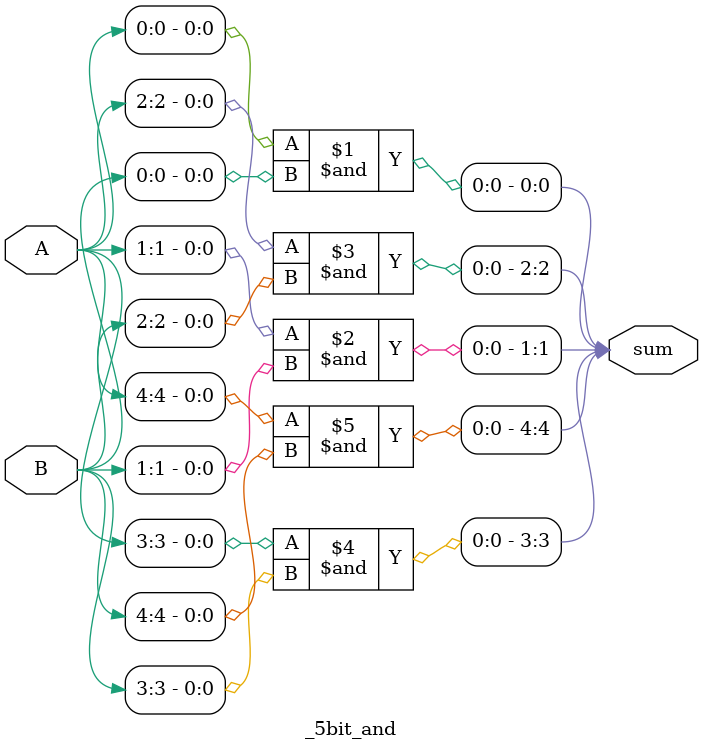
<source format=v>
module _5bit_and(sum,A,B);
input [4:0]A,B; 
output [4:0]sum;

and 	x1(sum[0],A[0],B[0]),
		x2(sum[1],A[1],B[1]),
		x3(sum[2],A[2],B[2]),
		x4(sum[3],A[3],B[3]),
		x5(sum[4],A[4],B[4]);
endmodule

</source>
